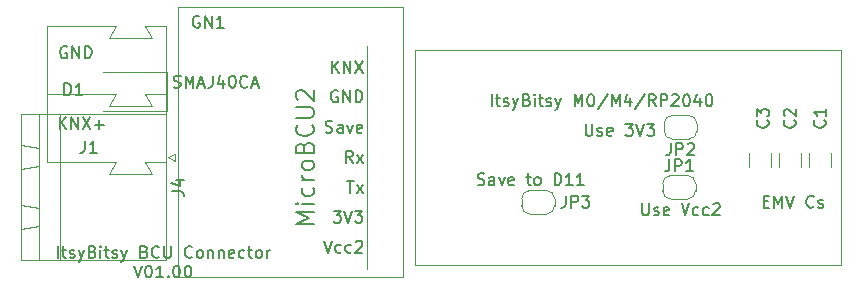
<source format=gbr>
G04 #@! TF.GenerationSoftware,KiCad,Pcbnew,(5.1.4)-1*
G04 #@! TF.CreationDate,2022-02-17T11:55:16+01:00*
G04 #@! TF.ProjectId,ItsyBitsy_BCU_Connector,49747379-4269-4747-9379-5f4243555f43,V01.00*
G04 #@! TF.SameCoordinates,Original*
G04 #@! TF.FileFunction,Legend,Top*
G04 #@! TF.FilePolarity,Positive*
%FSLAX46Y46*%
G04 Gerber Fmt 4.6, Leading zero omitted, Abs format (unit mm)*
G04 Created by KiCad (PCBNEW (5.1.4)-1) date 2022-02-17 11:55:16*
%MOMM*%
%LPD*%
G04 APERTURE LIST*
%ADD10C,0.150000*%
%ADD11C,0.120000*%
%ADD12C,0.050000*%
%ADD13C,0.200000*%
G04 APERTURE END LIST*
D10*
X176475000Y-83589761D02*
X176617857Y-83637380D01*
X176855952Y-83637380D01*
X176951190Y-83589761D01*
X176998809Y-83542142D01*
X177046428Y-83446904D01*
X177046428Y-83351666D01*
X176998809Y-83256428D01*
X176951190Y-83208809D01*
X176855952Y-83161190D01*
X176665476Y-83113571D01*
X176570238Y-83065952D01*
X176522619Y-83018333D01*
X176475000Y-82923095D01*
X176475000Y-82827857D01*
X176522619Y-82732619D01*
X176570238Y-82685000D01*
X176665476Y-82637380D01*
X176903571Y-82637380D01*
X177046428Y-82685000D01*
X177903571Y-83637380D02*
X177903571Y-83113571D01*
X177855952Y-83018333D01*
X177760714Y-82970714D01*
X177570238Y-82970714D01*
X177475000Y-83018333D01*
X177903571Y-83589761D02*
X177808333Y-83637380D01*
X177570238Y-83637380D01*
X177475000Y-83589761D01*
X177427380Y-83494523D01*
X177427380Y-83399285D01*
X177475000Y-83304047D01*
X177570238Y-83256428D01*
X177808333Y-83256428D01*
X177903571Y-83208809D01*
X178284523Y-82970714D02*
X178522619Y-83637380D01*
X178760714Y-82970714D01*
X179522619Y-83589761D02*
X179427380Y-83637380D01*
X179236904Y-83637380D01*
X179141666Y-83589761D01*
X179094047Y-83494523D01*
X179094047Y-83113571D01*
X179141666Y-83018333D01*
X179236904Y-82970714D01*
X179427380Y-82970714D01*
X179522619Y-83018333D01*
X179570238Y-83113571D01*
X179570238Y-83208809D01*
X179094047Y-83304047D01*
X180617857Y-82970714D02*
X180998809Y-82970714D01*
X180760714Y-82637380D02*
X180760714Y-83494523D01*
X180808333Y-83589761D01*
X180903571Y-83637380D01*
X180998809Y-83637380D01*
X181475000Y-83637380D02*
X181379761Y-83589761D01*
X181332142Y-83542142D01*
X181284523Y-83446904D01*
X181284523Y-83161190D01*
X181332142Y-83065952D01*
X181379761Y-83018333D01*
X181475000Y-82970714D01*
X181617857Y-82970714D01*
X181713095Y-83018333D01*
X181760714Y-83065952D01*
X181808333Y-83161190D01*
X181808333Y-83446904D01*
X181760714Y-83542142D01*
X181713095Y-83589761D01*
X181617857Y-83637380D01*
X181475000Y-83637380D01*
X182998809Y-83637380D02*
X182998809Y-82637380D01*
X183236904Y-82637380D01*
X183379761Y-82685000D01*
X183475000Y-82780238D01*
X183522619Y-82875476D01*
X183570238Y-83065952D01*
X183570238Y-83208809D01*
X183522619Y-83399285D01*
X183475000Y-83494523D01*
X183379761Y-83589761D01*
X183236904Y-83637380D01*
X182998809Y-83637380D01*
X184522619Y-83637380D02*
X183951190Y-83637380D01*
X184236904Y-83637380D02*
X184236904Y-82637380D01*
X184141666Y-82780238D01*
X184046428Y-82875476D01*
X183951190Y-82923095D01*
X185475000Y-83637380D02*
X184903571Y-83637380D01*
X185189285Y-83637380D02*
X185189285Y-82637380D01*
X185094047Y-82780238D01*
X184998809Y-82875476D01*
X184903571Y-82923095D01*
X140931428Y-89797380D02*
X140931428Y-88797380D01*
X141264761Y-89130714D02*
X141645714Y-89130714D01*
X141407619Y-88797380D02*
X141407619Y-89654523D01*
X141455238Y-89749761D01*
X141550476Y-89797380D01*
X141645714Y-89797380D01*
X141931428Y-89749761D02*
X142026666Y-89797380D01*
X142217142Y-89797380D01*
X142312380Y-89749761D01*
X142360000Y-89654523D01*
X142360000Y-89606904D01*
X142312380Y-89511666D01*
X142217142Y-89464047D01*
X142074285Y-89464047D01*
X141979047Y-89416428D01*
X141931428Y-89321190D01*
X141931428Y-89273571D01*
X141979047Y-89178333D01*
X142074285Y-89130714D01*
X142217142Y-89130714D01*
X142312380Y-89178333D01*
X142693333Y-89130714D02*
X142931428Y-89797380D01*
X143169523Y-89130714D02*
X142931428Y-89797380D01*
X142836190Y-90035476D01*
X142788571Y-90083095D01*
X142693333Y-90130714D01*
X143883809Y-89273571D02*
X144026666Y-89321190D01*
X144074285Y-89368809D01*
X144121904Y-89464047D01*
X144121904Y-89606904D01*
X144074285Y-89702142D01*
X144026666Y-89749761D01*
X143931428Y-89797380D01*
X143550476Y-89797380D01*
X143550476Y-88797380D01*
X143883809Y-88797380D01*
X143979047Y-88845000D01*
X144026666Y-88892619D01*
X144074285Y-88987857D01*
X144074285Y-89083095D01*
X144026666Y-89178333D01*
X143979047Y-89225952D01*
X143883809Y-89273571D01*
X143550476Y-89273571D01*
X144550476Y-89797380D02*
X144550476Y-89130714D01*
X144550476Y-88797380D02*
X144502857Y-88845000D01*
X144550476Y-88892619D01*
X144598095Y-88845000D01*
X144550476Y-88797380D01*
X144550476Y-88892619D01*
X144883809Y-89130714D02*
X145264761Y-89130714D01*
X145026666Y-88797380D02*
X145026666Y-89654523D01*
X145074285Y-89749761D01*
X145169523Y-89797380D01*
X145264761Y-89797380D01*
X145550476Y-89749761D02*
X145645714Y-89797380D01*
X145836190Y-89797380D01*
X145931428Y-89749761D01*
X145979047Y-89654523D01*
X145979047Y-89606904D01*
X145931428Y-89511666D01*
X145836190Y-89464047D01*
X145693333Y-89464047D01*
X145598095Y-89416428D01*
X145550476Y-89321190D01*
X145550476Y-89273571D01*
X145598095Y-89178333D01*
X145693333Y-89130714D01*
X145836190Y-89130714D01*
X145931428Y-89178333D01*
X146312380Y-89130714D02*
X146550476Y-89797380D01*
X146788571Y-89130714D02*
X146550476Y-89797380D01*
X146455238Y-90035476D01*
X146407619Y-90083095D01*
X146312380Y-90130714D01*
X148264761Y-89273571D02*
X148407619Y-89321190D01*
X148455238Y-89368809D01*
X148502857Y-89464047D01*
X148502857Y-89606904D01*
X148455238Y-89702142D01*
X148407619Y-89749761D01*
X148312380Y-89797380D01*
X147931428Y-89797380D01*
X147931428Y-88797380D01*
X148264761Y-88797380D01*
X148360000Y-88845000D01*
X148407619Y-88892619D01*
X148455238Y-88987857D01*
X148455238Y-89083095D01*
X148407619Y-89178333D01*
X148360000Y-89225952D01*
X148264761Y-89273571D01*
X147931428Y-89273571D01*
X149502857Y-89702142D02*
X149455238Y-89749761D01*
X149312380Y-89797380D01*
X149217142Y-89797380D01*
X149074285Y-89749761D01*
X148979047Y-89654523D01*
X148931428Y-89559285D01*
X148883809Y-89368809D01*
X148883809Y-89225952D01*
X148931428Y-89035476D01*
X148979047Y-88940238D01*
X149074285Y-88845000D01*
X149217142Y-88797380D01*
X149312380Y-88797380D01*
X149455238Y-88845000D01*
X149502857Y-88892619D01*
X149931428Y-88797380D02*
X149931428Y-89606904D01*
X149979047Y-89702142D01*
X150026666Y-89749761D01*
X150121904Y-89797380D01*
X150312380Y-89797380D01*
X150407619Y-89749761D01*
X150455238Y-89702142D01*
X150502857Y-89606904D01*
X150502857Y-88797380D01*
X152312380Y-89702142D02*
X152264761Y-89749761D01*
X152121904Y-89797380D01*
X152026666Y-89797380D01*
X151883809Y-89749761D01*
X151788571Y-89654523D01*
X151740952Y-89559285D01*
X151693333Y-89368809D01*
X151693333Y-89225952D01*
X151740952Y-89035476D01*
X151788571Y-88940238D01*
X151883809Y-88845000D01*
X152026666Y-88797380D01*
X152121904Y-88797380D01*
X152264761Y-88845000D01*
X152312380Y-88892619D01*
X152883809Y-89797380D02*
X152788571Y-89749761D01*
X152740952Y-89702142D01*
X152693333Y-89606904D01*
X152693333Y-89321190D01*
X152740952Y-89225952D01*
X152788571Y-89178333D01*
X152883809Y-89130714D01*
X153026666Y-89130714D01*
X153121904Y-89178333D01*
X153169523Y-89225952D01*
X153217142Y-89321190D01*
X153217142Y-89606904D01*
X153169523Y-89702142D01*
X153121904Y-89749761D01*
X153026666Y-89797380D01*
X152883809Y-89797380D01*
X153645714Y-89130714D02*
X153645714Y-89797380D01*
X153645714Y-89225952D02*
X153693333Y-89178333D01*
X153788571Y-89130714D01*
X153931428Y-89130714D01*
X154026666Y-89178333D01*
X154074285Y-89273571D01*
X154074285Y-89797380D01*
X154550476Y-89130714D02*
X154550476Y-89797380D01*
X154550476Y-89225952D02*
X154598095Y-89178333D01*
X154693333Y-89130714D01*
X154836190Y-89130714D01*
X154931428Y-89178333D01*
X154979047Y-89273571D01*
X154979047Y-89797380D01*
X155836190Y-89749761D02*
X155740952Y-89797380D01*
X155550476Y-89797380D01*
X155455238Y-89749761D01*
X155407619Y-89654523D01*
X155407619Y-89273571D01*
X155455238Y-89178333D01*
X155550476Y-89130714D01*
X155740952Y-89130714D01*
X155836190Y-89178333D01*
X155883809Y-89273571D01*
X155883809Y-89368809D01*
X155407619Y-89464047D01*
X156740952Y-89749761D02*
X156645714Y-89797380D01*
X156455238Y-89797380D01*
X156360000Y-89749761D01*
X156312380Y-89702142D01*
X156264761Y-89606904D01*
X156264761Y-89321190D01*
X156312380Y-89225952D01*
X156360000Y-89178333D01*
X156455238Y-89130714D01*
X156645714Y-89130714D01*
X156740952Y-89178333D01*
X157026666Y-89130714D02*
X157407619Y-89130714D01*
X157169523Y-88797380D02*
X157169523Y-89654523D01*
X157217142Y-89749761D01*
X157312380Y-89797380D01*
X157407619Y-89797380D01*
X157883809Y-89797380D02*
X157788571Y-89749761D01*
X157740952Y-89702142D01*
X157693333Y-89606904D01*
X157693333Y-89321190D01*
X157740952Y-89225952D01*
X157788571Y-89178333D01*
X157883809Y-89130714D01*
X158026666Y-89130714D01*
X158121904Y-89178333D01*
X158169523Y-89225952D01*
X158217142Y-89321190D01*
X158217142Y-89606904D01*
X158169523Y-89702142D01*
X158121904Y-89749761D01*
X158026666Y-89797380D01*
X157883809Y-89797380D01*
X158645714Y-89797380D02*
X158645714Y-89130714D01*
X158645714Y-89321190D02*
X158693333Y-89225952D01*
X158740952Y-89178333D01*
X158836190Y-89130714D01*
X158931428Y-89130714D01*
X147383809Y-90447380D02*
X147717142Y-91447380D01*
X148050476Y-90447380D01*
X148574285Y-90447380D02*
X148669523Y-90447380D01*
X148764761Y-90495000D01*
X148812380Y-90542619D01*
X148860000Y-90637857D01*
X148907619Y-90828333D01*
X148907619Y-91066428D01*
X148860000Y-91256904D01*
X148812380Y-91352142D01*
X148764761Y-91399761D01*
X148669523Y-91447380D01*
X148574285Y-91447380D01*
X148479047Y-91399761D01*
X148431428Y-91352142D01*
X148383809Y-91256904D01*
X148336190Y-91066428D01*
X148336190Y-90828333D01*
X148383809Y-90637857D01*
X148431428Y-90542619D01*
X148479047Y-90495000D01*
X148574285Y-90447380D01*
X149860000Y-91447380D02*
X149288571Y-91447380D01*
X149574285Y-91447380D02*
X149574285Y-90447380D01*
X149479047Y-90590238D01*
X149383809Y-90685476D01*
X149288571Y-90733095D01*
X150288571Y-91352142D02*
X150336190Y-91399761D01*
X150288571Y-91447380D01*
X150240952Y-91399761D01*
X150288571Y-91352142D01*
X150288571Y-91447380D01*
X150955238Y-90447380D02*
X151050476Y-90447380D01*
X151145714Y-90495000D01*
X151193333Y-90542619D01*
X151240952Y-90637857D01*
X151288571Y-90828333D01*
X151288571Y-91066428D01*
X151240952Y-91256904D01*
X151193333Y-91352142D01*
X151145714Y-91399761D01*
X151050476Y-91447380D01*
X150955238Y-91447380D01*
X150860000Y-91399761D01*
X150812380Y-91352142D01*
X150764761Y-91256904D01*
X150717142Y-91066428D01*
X150717142Y-90828333D01*
X150764761Y-90637857D01*
X150812380Y-90542619D01*
X150860000Y-90495000D01*
X150955238Y-90447380D01*
X151907619Y-90447380D02*
X152002857Y-90447380D01*
X152098095Y-90495000D01*
X152145714Y-90542619D01*
X152193333Y-90637857D01*
X152240952Y-90828333D01*
X152240952Y-91066428D01*
X152193333Y-91256904D01*
X152145714Y-91352142D01*
X152098095Y-91399761D01*
X152002857Y-91447380D01*
X151907619Y-91447380D01*
X151812380Y-91399761D01*
X151764761Y-91352142D01*
X151717142Y-91256904D01*
X151669523Y-91066428D01*
X151669523Y-90828333D01*
X151717142Y-90637857D01*
X151764761Y-90542619D01*
X151812380Y-90495000D01*
X151907619Y-90447380D01*
X150757380Y-75334761D02*
X150900238Y-75382380D01*
X151138333Y-75382380D01*
X151233571Y-75334761D01*
X151281190Y-75287142D01*
X151328809Y-75191904D01*
X151328809Y-75096666D01*
X151281190Y-75001428D01*
X151233571Y-74953809D01*
X151138333Y-74906190D01*
X150947857Y-74858571D01*
X150852619Y-74810952D01*
X150805000Y-74763333D01*
X150757380Y-74668095D01*
X150757380Y-74572857D01*
X150805000Y-74477619D01*
X150852619Y-74430000D01*
X150947857Y-74382380D01*
X151185952Y-74382380D01*
X151328809Y-74430000D01*
X151757380Y-75382380D02*
X151757380Y-74382380D01*
X152090714Y-75096666D01*
X152424047Y-74382380D01*
X152424047Y-75382380D01*
X152852619Y-75096666D02*
X153328809Y-75096666D01*
X152757380Y-75382380D02*
X153090714Y-74382380D01*
X153424047Y-75382380D01*
X154043095Y-74382380D02*
X154043095Y-75096666D01*
X153995476Y-75239523D01*
X153900238Y-75334761D01*
X153757380Y-75382380D01*
X153662142Y-75382380D01*
X154947857Y-74715714D02*
X154947857Y-75382380D01*
X154709761Y-74334761D02*
X154471666Y-75049047D01*
X155090714Y-75049047D01*
X155662142Y-74382380D02*
X155757380Y-74382380D01*
X155852619Y-74430000D01*
X155900238Y-74477619D01*
X155947857Y-74572857D01*
X155995476Y-74763333D01*
X155995476Y-75001428D01*
X155947857Y-75191904D01*
X155900238Y-75287142D01*
X155852619Y-75334761D01*
X155757380Y-75382380D01*
X155662142Y-75382380D01*
X155566904Y-75334761D01*
X155519285Y-75287142D01*
X155471666Y-75191904D01*
X155424047Y-75001428D01*
X155424047Y-74763333D01*
X155471666Y-74572857D01*
X155519285Y-74477619D01*
X155566904Y-74430000D01*
X155662142Y-74382380D01*
X156995476Y-75287142D02*
X156947857Y-75334761D01*
X156805000Y-75382380D01*
X156709761Y-75382380D01*
X156566904Y-75334761D01*
X156471666Y-75239523D01*
X156424047Y-75144285D01*
X156376428Y-74953809D01*
X156376428Y-74810952D01*
X156424047Y-74620476D01*
X156471666Y-74525238D01*
X156566904Y-74430000D01*
X156709761Y-74382380D01*
X156805000Y-74382380D01*
X156947857Y-74430000D01*
X156995476Y-74477619D01*
X157376428Y-75096666D02*
X157852619Y-75096666D01*
X157281190Y-75382380D02*
X157614523Y-74382380D01*
X157947857Y-75382380D01*
X200700000Y-85018571D02*
X201033333Y-85018571D01*
X201176190Y-85542380D02*
X200700000Y-85542380D01*
X200700000Y-84542380D01*
X201176190Y-84542380D01*
X201604761Y-85542380D02*
X201604761Y-84542380D01*
X201938095Y-85256666D01*
X202271428Y-84542380D01*
X202271428Y-85542380D01*
X202604761Y-84542380D02*
X202938095Y-85542380D01*
X203271428Y-84542380D01*
X204938095Y-85447142D02*
X204890476Y-85494761D01*
X204747619Y-85542380D01*
X204652380Y-85542380D01*
X204509523Y-85494761D01*
X204414285Y-85399523D01*
X204366666Y-85304285D01*
X204319047Y-85113809D01*
X204319047Y-84970952D01*
X204366666Y-84780476D01*
X204414285Y-84685238D01*
X204509523Y-84590000D01*
X204652380Y-84542380D01*
X204747619Y-84542380D01*
X204890476Y-84590000D01*
X204938095Y-84637619D01*
X205319047Y-85494761D02*
X205414285Y-85542380D01*
X205604761Y-85542380D01*
X205700000Y-85494761D01*
X205747619Y-85399523D01*
X205747619Y-85351904D01*
X205700000Y-85256666D01*
X205604761Y-85209047D01*
X205461904Y-85209047D01*
X205366666Y-85161428D01*
X205319047Y-85066190D01*
X205319047Y-85018571D01*
X205366666Y-84923333D01*
X205461904Y-84875714D01*
X205604761Y-84875714D01*
X205700000Y-84923333D01*
X185619047Y-78452380D02*
X185619047Y-79261904D01*
X185666666Y-79357142D01*
X185714285Y-79404761D01*
X185809523Y-79452380D01*
X186000000Y-79452380D01*
X186095238Y-79404761D01*
X186142857Y-79357142D01*
X186190476Y-79261904D01*
X186190476Y-78452380D01*
X186619047Y-79404761D02*
X186714285Y-79452380D01*
X186904761Y-79452380D01*
X187000000Y-79404761D01*
X187047619Y-79309523D01*
X187047619Y-79261904D01*
X187000000Y-79166666D01*
X186904761Y-79119047D01*
X186761904Y-79119047D01*
X186666666Y-79071428D01*
X186619047Y-78976190D01*
X186619047Y-78928571D01*
X186666666Y-78833333D01*
X186761904Y-78785714D01*
X186904761Y-78785714D01*
X187000000Y-78833333D01*
X187857142Y-79404761D02*
X187761904Y-79452380D01*
X187571428Y-79452380D01*
X187476190Y-79404761D01*
X187428571Y-79309523D01*
X187428571Y-78928571D01*
X187476190Y-78833333D01*
X187571428Y-78785714D01*
X187761904Y-78785714D01*
X187857142Y-78833333D01*
X187904761Y-78928571D01*
X187904761Y-79023809D01*
X187428571Y-79119047D01*
X189000000Y-78452380D02*
X189619047Y-78452380D01*
X189285714Y-78833333D01*
X189428571Y-78833333D01*
X189523809Y-78880952D01*
X189571428Y-78928571D01*
X189619047Y-79023809D01*
X189619047Y-79261904D01*
X189571428Y-79357142D01*
X189523809Y-79404761D01*
X189428571Y-79452380D01*
X189142857Y-79452380D01*
X189047619Y-79404761D01*
X189000000Y-79357142D01*
X189904761Y-78452380D02*
X190238095Y-79452380D01*
X190571428Y-78452380D01*
X190809523Y-78452380D02*
X191428571Y-78452380D01*
X191095238Y-78833333D01*
X191238095Y-78833333D01*
X191333333Y-78880952D01*
X191380952Y-78928571D01*
X191428571Y-79023809D01*
X191428571Y-79261904D01*
X191380952Y-79357142D01*
X191333333Y-79404761D01*
X191238095Y-79452380D01*
X190952380Y-79452380D01*
X190857142Y-79404761D01*
X190809523Y-79357142D01*
X190413095Y-85177380D02*
X190413095Y-85986904D01*
X190460714Y-86082142D01*
X190508333Y-86129761D01*
X190603571Y-86177380D01*
X190794047Y-86177380D01*
X190889285Y-86129761D01*
X190936904Y-86082142D01*
X190984523Y-85986904D01*
X190984523Y-85177380D01*
X191413095Y-86129761D02*
X191508333Y-86177380D01*
X191698809Y-86177380D01*
X191794047Y-86129761D01*
X191841666Y-86034523D01*
X191841666Y-85986904D01*
X191794047Y-85891666D01*
X191698809Y-85844047D01*
X191555952Y-85844047D01*
X191460714Y-85796428D01*
X191413095Y-85701190D01*
X191413095Y-85653571D01*
X191460714Y-85558333D01*
X191555952Y-85510714D01*
X191698809Y-85510714D01*
X191794047Y-85558333D01*
X192651190Y-86129761D02*
X192555952Y-86177380D01*
X192365476Y-86177380D01*
X192270238Y-86129761D01*
X192222619Y-86034523D01*
X192222619Y-85653571D01*
X192270238Y-85558333D01*
X192365476Y-85510714D01*
X192555952Y-85510714D01*
X192651190Y-85558333D01*
X192698809Y-85653571D01*
X192698809Y-85748809D01*
X192222619Y-85844047D01*
X193746428Y-85177380D02*
X194079761Y-86177380D01*
X194413095Y-85177380D01*
X195175000Y-86129761D02*
X195079761Y-86177380D01*
X194889285Y-86177380D01*
X194794047Y-86129761D01*
X194746428Y-86082142D01*
X194698809Y-85986904D01*
X194698809Y-85701190D01*
X194746428Y-85605952D01*
X194794047Y-85558333D01*
X194889285Y-85510714D01*
X195079761Y-85510714D01*
X195175000Y-85558333D01*
X196032142Y-86129761D02*
X195936904Y-86177380D01*
X195746428Y-86177380D01*
X195651190Y-86129761D01*
X195603571Y-86082142D01*
X195555952Y-85986904D01*
X195555952Y-85701190D01*
X195603571Y-85605952D01*
X195651190Y-85558333D01*
X195746428Y-85510714D01*
X195936904Y-85510714D01*
X196032142Y-85558333D01*
X196413095Y-85272619D02*
X196460714Y-85225000D01*
X196555952Y-85177380D01*
X196794047Y-85177380D01*
X196889285Y-85225000D01*
X196936904Y-85272619D01*
X196984523Y-85367857D01*
X196984523Y-85463095D01*
X196936904Y-85605952D01*
X196365476Y-86177380D01*
X196984523Y-86177380D01*
X177690476Y-76952380D02*
X177690476Y-75952380D01*
X178023809Y-76285714D02*
X178404761Y-76285714D01*
X178166666Y-75952380D02*
X178166666Y-76809523D01*
X178214285Y-76904761D01*
X178309523Y-76952380D01*
X178404761Y-76952380D01*
X178690476Y-76904761D02*
X178785714Y-76952380D01*
X178976190Y-76952380D01*
X179071428Y-76904761D01*
X179119047Y-76809523D01*
X179119047Y-76761904D01*
X179071428Y-76666666D01*
X178976190Y-76619047D01*
X178833333Y-76619047D01*
X178738095Y-76571428D01*
X178690476Y-76476190D01*
X178690476Y-76428571D01*
X178738095Y-76333333D01*
X178833333Y-76285714D01*
X178976190Y-76285714D01*
X179071428Y-76333333D01*
X179452380Y-76285714D02*
X179690476Y-76952380D01*
X179928571Y-76285714D02*
X179690476Y-76952380D01*
X179595238Y-77190476D01*
X179547619Y-77238095D01*
X179452380Y-77285714D01*
X180642857Y-76428571D02*
X180785714Y-76476190D01*
X180833333Y-76523809D01*
X180880952Y-76619047D01*
X180880952Y-76761904D01*
X180833333Y-76857142D01*
X180785714Y-76904761D01*
X180690476Y-76952380D01*
X180309523Y-76952380D01*
X180309523Y-75952380D01*
X180642857Y-75952380D01*
X180738095Y-76000000D01*
X180785714Y-76047619D01*
X180833333Y-76142857D01*
X180833333Y-76238095D01*
X180785714Y-76333333D01*
X180738095Y-76380952D01*
X180642857Y-76428571D01*
X180309523Y-76428571D01*
X181309523Y-76952380D02*
X181309523Y-76285714D01*
X181309523Y-75952380D02*
X181261904Y-76000000D01*
X181309523Y-76047619D01*
X181357142Y-76000000D01*
X181309523Y-75952380D01*
X181309523Y-76047619D01*
X181642857Y-76285714D02*
X182023809Y-76285714D01*
X181785714Y-75952380D02*
X181785714Y-76809523D01*
X181833333Y-76904761D01*
X181928571Y-76952380D01*
X182023809Y-76952380D01*
X182309523Y-76904761D02*
X182404761Y-76952380D01*
X182595238Y-76952380D01*
X182690476Y-76904761D01*
X182738095Y-76809523D01*
X182738095Y-76761904D01*
X182690476Y-76666666D01*
X182595238Y-76619047D01*
X182452380Y-76619047D01*
X182357142Y-76571428D01*
X182309523Y-76476190D01*
X182309523Y-76428571D01*
X182357142Y-76333333D01*
X182452380Y-76285714D01*
X182595238Y-76285714D01*
X182690476Y-76333333D01*
X183071428Y-76285714D02*
X183309523Y-76952380D01*
X183547619Y-76285714D02*
X183309523Y-76952380D01*
X183214285Y-77190476D01*
X183166666Y-77238095D01*
X183071428Y-77285714D01*
X184690476Y-76952380D02*
X184690476Y-75952380D01*
X185023809Y-76666666D01*
X185357142Y-75952380D01*
X185357142Y-76952380D01*
X186023809Y-75952380D02*
X186119047Y-75952380D01*
X186214285Y-76000000D01*
X186261904Y-76047619D01*
X186309523Y-76142857D01*
X186357142Y-76333333D01*
X186357142Y-76571428D01*
X186309523Y-76761904D01*
X186261904Y-76857142D01*
X186214285Y-76904761D01*
X186119047Y-76952380D01*
X186023809Y-76952380D01*
X185928571Y-76904761D01*
X185880952Y-76857142D01*
X185833333Y-76761904D01*
X185785714Y-76571428D01*
X185785714Y-76333333D01*
X185833333Y-76142857D01*
X185880952Y-76047619D01*
X185928571Y-76000000D01*
X186023809Y-75952380D01*
X187500000Y-75904761D02*
X186642857Y-77190476D01*
X187833333Y-76952380D02*
X187833333Y-75952380D01*
X188166666Y-76666666D01*
X188500000Y-75952380D01*
X188500000Y-76952380D01*
X189404761Y-76285714D02*
X189404761Y-76952380D01*
X189166666Y-75904761D02*
X188928571Y-76619047D01*
X189547619Y-76619047D01*
X190642857Y-75904761D02*
X189785714Y-77190476D01*
X191547619Y-76952380D02*
X191214285Y-76476190D01*
X190976190Y-76952380D02*
X190976190Y-75952380D01*
X191357142Y-75952380D01*
X191452380Y-76000000D01*
X191500000Y-76047619D01*
X191547619Y-76142857D01*
X191547619Y-76285714D01*
X191500000Y-76380952D01*
X191452380Y-76428571D01*
X191357142Y-76476190D01*
X190976190Y-76476190D01*
X191976190Y-76952380D02*
X191976190Y-75952380D01*
X192357142Y-75952380D01*
X192452380Y-76000000D01*
X192500000Y-76047619D01*
X192547619Y-76142857D01*
X192547619Y-76285714D01*
X192500000Y-76380952D01*
X192452380Y-76428571D01*
X192357142Y-76476190D01*
X191976190Y-76476190D01*
X192928571Y-76047619D02*
X192976190Y-76000000D01*
X193071428Y-75952380D01*
X193309523Y-75952380D01*
X193404761Y-76000000D01*
X193452380Y-76047619D01*
X193500000Y-76142857D01*
X193500000Y-76238095D01*
X193452380Y-76380952D01*
X192880952Y-76952380D01*
X193500000Y-76952380D01*
X194119047Y-75952380D02*
X194214285Y-75952380D01*
X194309523Y-76000000D01*
X194357142Y-76047619D01*
X194404761Y-76142857D01*
X194452380Y-76333333D01*
X194452380Y-76571428D01*
X194404761Y-76761904D01*
X194357142Y-76857142D01*
X194309523Y-76904761D01*
X194214285Y-76952380D01*
X194119047Y-76952380D01*
X194023809Y-76904761D01*
X193976190Y-76857142D01*
X193928571Y-76761904D01*
X193880952Y-76571428D01*
X193880952Y-76333333D01*
X193928571Y-76142857D01*
X193976190Y-76047619D01*
X194023809Y-76000000D01*
X194119047Y-75952380D01*
X195309523Y-76285714D02*
X195309523Y-76952380D01*
X195071428Y-75904761D02*
X194833333Y-76619047D01*
X195452380Y-76619047D01*
X196023809Y-75952380D02*
X196119047Y-75952380D01*
X196214285Y-76000000D01*
X196261904Y-76047619D01*
X196309523Y-76142857D01*
X196357142Y-76333333D01*
X196357142Y-76571428D01*
X196309523Y-76761904D01*
X196261904Y-76857142D01*
X196214285Y-76904761D01*
X196119047Y-76952380D01*
X196023809Y-76952380D01*
X195928571Y-76904761D01*
X195880952Y-76857142D01*
X195833333Y-76761904D01*
X195785714Y-76571428D01*
X195785714Y-76333333D01*
X195833333Y-76142857D01*
X195880952Y-76047619D01*
X195928571Y-76000000D01*
X196023809Y-75952380D01*
D11*
X150865000Y-80980000D02*
X150865000Y-81580000D01*
X150265000Y-81280000D02*
X150865000Y-80980000D01*
X150865000Y-81580000D02*
X150265000Y-81280000D01*
X139345000Y-85610000D02*
X137845000Y-85360000D01*
X139345000Y-87110000D02*
X139345000Y-85610000D01*
X137845000Y-87360000D02*
X139345000Y-87110000D01*
X137845000Y-85360000D02*
X137845000Y-87360000D01*
X139345000Y-80530000D02*
X137845000Y-80280000D01*
X139345000Y-82030000D02*
X139345000Y-80530000D01*
X137845000Y-82280000D02*
X139345000Y-82030000D01*
X137845000Y-80280000D02*
X137845000Y-82280000D01*
X139345000Y-90010000D02*
X139345000Y-77630000D01*
X141145000Y-90010000D02*
X139345000Y-90010000D01*
X141145000Y-77630000D02*
X141145000Y-90010000D01*
X139345000Y-77630000D02*
X141145000Y-77630000D01*
X150065000Y-90010000D02*
X150065000Y-77630000D01*
X137845000Y-90010000D02*
X150065000Y-90010000D01*
X137845000Y-77630000D02*
X137845000Y-90010000D01*
X150065000Y-77630000D02*
X137845000Y-77630000D01*
X148891000Y-82696000D02*
X145241000Y-82696000D01*
X148891000Y-76946000D02*
X145241000Y-76946000D01*
X148891000Y-71196000D02*
X145241000Y-71196000D01*
X148291000Y-81696000D02*
X150066000Y-81696000D01*
X145841000Y-81696000D02*
X140066000Y-81696000D01*
X145841000Y-81696000D02*
X145241000Y-82696000D01*
X148291000Y-81696000D02*
X148891000Y-82696000D01*
X145841000Y-75946000D02*
X145241000Y-76946000D01*
X145841000Y-75946000D02*
X140066000Y-75946000D01*
X148291000Y-75946000D02*
X150066000Y-75946000D01*
X148291000Y-75946000D02*
X148891000Y-76946000D01*
X145841000Y-70196000D02*
X145241000Y-71196000D01*
X148891000Y-71196000D02*
X148291000Y-70196000D01*
X145841000Y-70196000D02*
X140066000Y-70196000D01*
X150066000Y-70196000D02*
X148291000Y-70196000D01*
X140066000Y-70196000D02*
X140066000Y-81696000D01*
X150066000Y-70196000D02*
X150066000Y-81696000D01*
X151130000Y-68580000D02*
X151130000Y-91440000D01*
X170180000Y-68580000D02*
X170180000Y-91440000D01*
X170180000Y-91440000D02*
X151130000Y-91440000D01*
X151130000Y-68580000D02*
X153035000Y-68580000D01*
X170180000Y-68580000D02*
X152400000Y-68580000D01*
D12*
X167110000Y-71860000D02*
X167110000Y-90710000D01*
D11*
X180910000Y-84090000D02*
X182310000Y-84090000D01*
X183010000Y-84790000D02*
X183010000Y-85390000D01*
X182310000Y-86090000D02*
X180910000Y-86090000D01*
X180210000Y-85390000D02*
X180210000Y-84790000D01*
X180210000Y-84790000D02*
G75*
G02X180910000Y-84090000I700000J0D01*
G01*
X180910000Y-86090000D02*
G75*
G02X180210000Y-85390000I0J700000D01*
G01*
X183010000Y-85390000D02*
G75*
G02X182310000Y-86090000I-700000J0D01*
G01*
X182310000Y-84090000D02*
G75*
G02X183010000Y-84790000I0J-700000D01*
G01*
X204576000Y-80931936D02*
X204576000Y-82136064D01*
X206396000Y-80931936D02*
X206396000Y-82136064D01*
X150180000Y-77342000D02*
X144780000Y-77342000D01*
X150180000Y-74042000D02*
X144780000Y-74042000D01*
X150180000Y-77342000D02*
X150180000Y-74042000D01*
X199496000Y-80931936D02*
X199496000Y-82136064D01*
X201316000Y-80931936D02*
X201316000Y-82136064D01*
X202036000Y-80895436D02*
X202036000Y-82099564D01*
X203856000Y-80895436D02*
X203856000Y-82099564D01*
X171196000Y-72161400D02*
X207289400Y-72161400D01*
X171196000Y-90373200D02*
X171196000Y-72161400D01*
X207289400Y-90373200D02*
X171196000Y-90373200D01*
X207289400Y-72161400D02*
X207289400Y-90373200D01*
X194360000Y-77740000D02*
G75*
G02X195060000Y-78440000I0J-700000D01*
G01*
X195060000Y-79040000D02*
G75*
G02X194360000Y-79740000I-700000J0D01*
G01*
X192960000Y-79740000D02*
G75*
G02X192260000Y-79040000I0J700000D01*
G01*
X192260000Y-78440000D02*
G75*
G02X192960000Y-77740000I700000J0D01*
G01*
X192260000Y-79040000D02*
X192260000Y-78440000D01*
X194360000Y-79740000D02*
X192960000Y-79740000D01*
X195060000Y-78440000D02*
X195060000Y-79040000D01*
X192960000Y-77740000D02*
X194360000Y-77740000D01*
X194248000Y-82820000D02*
G75*
G02X194948000Y-83520000I0J-700000D01*
G01*
X194948000Y-84120000D02*
G75*
G02X194248000Y-84820000I-700000J0D01*
G01*
X192848000Y-84820000D02*
G75*
G02X192148000Y-84120000I0J700000D01*
G01*
X192148000Y-83520000D02*
G75*
G02X192848000Y-82820000I700000J0D01*
G01*
X192148000Y-84120000D02*
X192148000Y-83520000D01*
X194248000Y-84820000D02*
X192848000Y-84820000D01*
X194948000Y-83520000D02*
X194948000Y-84120000D01*
X192848000Y-82820000D02*
X194248000Y-82820000D01*
D10*
X150607380Y-84153333D02*
X151321666Y-84153333D01*
X151464523Y-84200952D01*
X151559761Y-84296190D01*
X151607380Y-84439047D01*
X151607380Y-84534285D01*
X150940714Y-83248571D02*
X151607380Y-83248571D01*
X150559761Y-83486666D02*
X151274047Y-83724761D01*
X151274047Y-83105714D01*
X143232666Y-79898380D02*
X143232666Y-80612666D01*
X143185047Y-80755523D01*
X143089809Y-80850761D01*
X142946952Y-80898380D01*
X142851714Y-80898380D01*
X144232666Y-80898380D02*
X143661238Y-80898380D01*
X143946952Y-80898380D02*
X143946952Y-79898380D01*
X143851714Y-80041238D01*
X143756476Y-80136476D01*
X143661238Y-80184095D01*
X141085047Y-78898380D02*
X141085047Y-77898380D01*
X141656476Y-78898380D02*
X141227904Y-78326952D01*
X141656476Y-77898380D02*
X141085047Y-78469809D01*
X142085047Y-78898380D02*
X142085047Y-77898380D01*
X142656476Y-78898380D01*
X142656476Y-77898380D01*
X143037428Y-77898380D02*
X143704095Y-78898380D01*
X143704095Y-77898380D02*
X143037428Y-78898380D01*
X144085047Y-78517428D02*
X144846952Y-78517428D01*
X144466000Y-78898380D02*
X144466000Y-78136476D01*
X141704095Y-71946000D02*
X141608857Y-71898380D01*
X141466000Y-71898380D01*
X141323142Y-71946000D01*
X141227904Y-72041238D01*
X141180285Y-72136476D01*
X141132666Y-72326952D01*
X141132666Y-72469809D01*
X141180285Y-72660285D01*
X141227904Y-72755523D01*
X141323142Y-72850761D01*
X141466000Y-72898380D01*
X141561238Y-72898380D01*
X141704095Y-72850761D01*
X141751714Y-72803142D01*
X141751714Y-72469809D01*
X141561238Y-72469809D01*
X142180285Y-72898380D02*
X142180285Y-71898380D01*
X142751714Y-72898380D01*
X142751714Y-71898380D01*
X143227904Y-72898380D02*
X143227904Y-71898380D01*
X143466000Y-71898380D01*
X143608857Y-71946000D01*
X143704095Y-72041238D01*
X143751714Y-72136476D01*
X143799333Y-72326952D01*
X143799333Y-72469809D01*
X143751714Y-72660285D01*
X143704095Y-72755523D01*
X143608857Y-72850761D01*
X143466000Y-72898380D01*
X143227904Y-72898380D01*
X152931904Y-69350000D02*
X152836666Y-69302380D01*
X152693809Y-69302380D01*
X152550952Y-69350000D01*
X152455714Y-69445238D01*
X152408095Y-69540476D01*
X152360476Y-69730952D01*
X152360476Y-69873809D01*
X152408095Y-70064285D01*
X152455714Y-70159523D01*
X152550952Y-70254761D01*
X152693809Y-70302380D01*
X152789047Y-70302380D01*
X152931904Y-70254761D01*
X152979523Y-70207142D01*
X152979523Y-69873809D01*
X152789047Y-69873809D01*
X153408095Y-70302380D02*
X153408095Y-69302380D01*
X153979523Y-70302380D01*
X153979523Y-69302380D01*
X154979523Y-70302380D02*
X154408095Y-70302380D01*
X154693809Y-70302380D02*
X154693809Y-69302380D01*
X154598571Y-69445238D01*
X154503333Y-69540476D01*
X154408095Y-69588095D01*
D13*
X162603571Y-86922857D02*
X161103571Y-86922857D01*
X162175000Y-86422857D01*
X161103571Y-85922857D01*
X162603571Y-85922857D01*
X162603571Y-85208571D02*
X161603571Y-85208571D01*
X161103571Y-85208571D02*
X161175000Y-85280000D01*
X161246428Y-85208571D01*
X161175000Y-85137142D01*
X161103571Y-85208571D01*
X161246428Y-85208571D01*
X162532142Y-83851428D02*
X162603571Y-83994285D01*
X162603571Y-84280000D01*
X162532142Y-84422857D01*
X162460714Y-84494285D01*
X162317857Y-84565714D01*
X161889285Y-84565714D01*
X161746428Y-84494285D01*
X161675000Y-84422857D01*
X161603571Y-84280000D01*
X161603571Y-83994285D01*
X161675000Y-83851428D01*
X162603571Y-83208571D02*
X161603571Y-83208571D01*
X161889285Y-83208571D02*
X161746428Y-83137142D01*
X161675000Y-83065714D01*
X161603571Y-82922857D01*
X161603571Y-82780000D01*
X162603571Y-82065714D02*
X162532142Y-82208571D01*
X162460714Y-82280000D01*
X162317857Y-82351428D01*
X161889285Y-82351428D01*
X161746428Y-82280000D01*
X161675000Y-82208571D01*
X161603571Y-82065714D01*
X161603571Y-81851428D01*
X161675000Y-81708571D01*
X161746428Y-81637142D01*
X161889285Y-81565714D01*
X162317857Y-81565714D01*
X162460714Y-81637142D01*
X162532142Y-81708571D01*
X162603571Y-81851428D01*
X162603571Y-82065714D01*
X161817857Y-80422857D02*
X161889285Y-80208571D01*
X161960714Y-80137142D01*
X162103571Y-80065714D01*
X162317857Y-80065714D01*
X162460714Y-80137142D01*
X162532142Y-80208571D01*
X162603571Y-80351428D01*
X162603571Y-80922857D01*
X161103571Y-80922857D01*
X161103571Y-80422857D01*
X161175000Y-80280000D01*
X161246428Y-80208571D01*
X161389285Y-80137142D01*
X161532142Y-80137142D01*
X161675000Y-80208571D01*
X161746428Y-80280000D01*
X161817857Y-80422857D01*
X161817857Y-80922857D01*
X162460714Y-78565714D02*
X162532142Y-78637142D01*
X162603571Y-78851428D01*
X162603571Y-78994285D01*
X162532142Y-79208571D01*
X162389285Y-79351428D01*
X162246428Y-79422857D01*
X161960714Y-79494285D01*
X161746428Y-79494285D01*
X161460714Y-79422857D01*
X161317857Y-79351428D01*
X161175000Y-79208571D01*
X161103571Y-78994285D01*
X161103571Y-78851428D01*
X161175000Y-78637142D01*
X161246428Y-78565714D01*
X161103571Y-77922857D02*
X162317857Y-77922857D01*
X162460714Y-77851428D01*
X162532142Y-77780000D01*
X162603571Y-77637142D01*
X162603571Y-77351428D01*
X162532142Y-77208571D01*
X162460714Y-77137142D01*
X162317857Y-77065714D01*
X161103571Y-77065714D01*
X161246428Y-76422857D02*
X161175000Y-76351428D01*
X161103571Y-76208571D01*
X161103571Y-75851428D01*
X161175000Y-75708571D01*
X161246428Y-75637142D01*
X161389285Y-75565714D01*
X161532142Y-75565714D01*
X161746428Y-75637142D01*
X162603571Y-76494285D01*
X162603571Y-75565714D01*
D10*
X163478928Y-88352380D02*
X163812261Y-89352380D01*
X164145595Y-88352380D01*
X164907500Y-89304761D02*
X164812261Y-89352380D01*
X164621785Y-89352380D01*
X164526547Y-89304761D01*
X164478928Y-89257142D01*
X164431309Y-89161904D01*
X164431309Y-88876190D01*
X164478928Y-88780952D01*
X164526547Y-88733333D01*
X164621785Y-88685714D01*
X164812261Y-88685714D01*
X164907500Y-88733333D01*
X165764642Y-89304761D02*
X165669404Y-89352380D01*
X165478928Y-89352380D01*
X165383690Y-89304761D01*
X165336071Y-89257142D01*
X165288452Y-89161904D01*
X165288452Y-88876190D01*
X165336071Y-88780952D01*
X165383690Y-88733333D01*
X165478928Y-88685714D01*
X165669404Y-88685714D01*
X165764642Y-88733333D01*
X166145595Y-88447619D02*
X166193214Y-88400000D01*
X166288452Y-88352380D01*
X166526547Y-88352380D01*
X166621785Y-88400000D01*
X166669404Y-88447619D01*
X166717023Y-88542857D01*
X166717023Y-88638095D01*
X166669404Y-88780952D01*
X166097976Y-89352380D01*
X166717023Y-89352380D01*
X164288452Y-85812380D02*
X164907500Y-85812380D01*
X164574166Y-86193333D01*
X164717023Y-86193333D01*
X164812261Y-86240952D01*
X164859880Y-86288571D01*
X164907500Y-86383809D01*
X164907500Y-86621904D01*
X164859880Y-86717142D01*
X164812261Y-86764761D01*
X164717023Y-86812380D01*
X164431309Y-86812380D01*
X164336071Y-86764761D01*
X164288452Y-86717142D01*
X165193214Y-85812380D02*
X165526547Y-86812380D01*
X165859880Y-85812380D01*
X166097976Y-85812380D02*
X166717023Y-85812380D01*
X166383690Y-86193333D01*
X166526547Y-86193333D01*
X166621785Y-86240952D01*
X166669404Y-86288571D01*
X166717023Y-86383809D01*
X166717023Y-86621904D01*
X166669404Y-86717142D01*
X166621785Y-86764761D01*
X166526547Y-86812380D01*
X166240833Y-86812380D01*
X166145595Y-86764761D01*
X166097976Y-86717142D01*
X165431309Y-83272380D02*
X166002738Y-83272380D01*
X165717023Y-84272380D02*
X165717023Y-83272380D01*
X166240833Y-84272380D02*
X166764642Y-83605714D01*
X166240833Y-83605714D02*
X166764642Y-84272380D01*
X165907500Y-81732380D02*
X165574166Y-81256190D01*
X165336071Y-81732380D02*
X165336071Y-80732380D01*
X165717023Y-80732380D01*
X165812261Y-80780000D01*
X165859880Y-80827619D01*
X165907500Y-80922857D01*
X165907500Y-81065714D01*
X165859880Y-81160952D01*
X165812261Y-81208571D01*
X165717023Y-81256190D01*
X165336071Y-81256190D01*
X166240833Y-81732380D02*
X166764642Y-81065714D01*
X166240833Y-81065714D02*
X166764642Y-81732380D01*
X163621785Y-79144761D02*
X163764642Y-79192380D01*
X164002738Y-79192380D01*
X164097976Y-79144761D01*
X164145595Y-79097142D01*
X164193214Y-79001904D01*
X164193214Y-78906666D01*
X164145595Y-78811428D01*
X164097976Y-78763809D01*
X164002738Y-78716190D01*
X163812261Y-78668571D01*
X163717023Y-78620952D01*
X163669404Y-78573333D01*
X163621785Y-78478095D01*
X163621785Y-78382857D01*
X163669404Y-78287619D01*
X163717023Y-78240000D01*
X163812261Y-78192380D01*
X164050357Y-78192380D01*
X164193214Y-78240000D01*
X165050357Y-79192380D02*
X165050357Y-78668571D01*
X165002738Y-78573333D01*
X164907500Y-78525714D01*
X164717023Y-78525714D01*
X164621785Y-78573333D01*
X165050357Y-79144761D02*
X164955119Y-79192380D01*
X164717023Y-79192380D01*
X164621785Y-79144761D01*
X164574166Y-79049523D01*
X164574166Y-78954285D01*
X164621785Y-78859047D01*
X164717023Y-78811428D01*
X164955119Y-78811428D01*
X165050357Y-78763809D01*
X165431309Y-78525714D02*
X165669404Y-79192380D01*
X165907500Y-78525714D01*
X166669404Y-79144761D02*
X166574166Y-79192380D01*
X166383690Y-79192380D01*
X166288452Y-79144761D01*
X166240833Y-79049523D01*
X166240833Y-78668571D01*
X166288452Y-78573333D01*
X166383690Y-78525714D01*
X166574166Y-78525714D01*
X166669404Y-78573333D01*
X166717023Y-78668571D01*
X166717023Y-78763809D01*
X166240833Y-78859047D01*
X164621785Y-75660000D02*
X164526547Y-75612380D01*
X164383690Y-75612380D01*
X164240833Y-75660000D01*
X164145595Y-75755238D01*
X164097976Y-75850476D01*
X164050357Y-76040952D01*
X164050357Y-76183809D01*
X164097976Y-76374285D01*
X164145595Y-76469523D01*
X164240833Y-76564761D01*
X164383690Y-76612380D01*
X164478928Y-76612380D01*
X164621785Y-76564761D01*
X164669404Y-76517142D01*
X164669404Y-76183809D01*
X164478928Y-76183809D01*
X165097976Y-76612380D02*
X165097976Y-75612380D01*
X165669404Y-76612380D01*
X165669404Y-75612380D01*
X166145595Y-76612380D02*
X166145595Y-75612380D01*
X166383690Y-75612380D01*
X166526547Y-75660000D01*
X166621785Y-75755238D01*
X166669404Y-75850476D01*
X166717023Y-76040952D01*
X166717023Y-76183809D01*
X166669404Y-76374285D01*
X166621785Y-76469523D01*
X166526547Y-76564761D01*
X166383690Y-76612380D01*
X166145595Y-76612380D01*
X164145595Y-74112380D02*
X164145595Y-73112380D01*
X164717023Y-74112380D02*
X164288452Y-73540952D01*
X164717023Y-73112380D02*
X164145595Y-73683809D01*
X165145595Y-74112380D02*
X165145595Y-73112380D01*
X165717023Y-74112380D01*
X165717023Y-73112380D01*
X166097976Y-73112380D02*
X166764642Y-74112380D01*
X166764642Y-73112380D02*
X166097976Y-74112380D01*
X183951666Y-84542380D02*
X183951666Y-85256666D01*
X183904047Y-85399523D01*
X183808809Y-85494761D01*
X183665952Y-85542380D01*
X183570714Y-85542380D01*
X184427857Y-85542380D02*
X184427857Y-84542380D01*
X184808809Y-84542380D01*
X184904047Y-84590000D01*
X184951666Y-84637619D01*
X184999285Y-84732857D01*
X184999285Y-84875714D01*
X184951666Y-84970952D01*
X184904047Y-85018571D01*
X184808809Y-85066190D01*
X184427857Y-85066190D01*
X185332619Y-84542380D02*
X185951666Y-84542380D01*
X185618333Y-84923333D01*
X185761190Y-84923333D01*
X185856428Y-84970952D01*
X185904047Y-85018571D01*
X185951666Y-85113809D01*
X185951666Y-85351904D01*
X185904047Y-85447142D01*
X185856428Y-85494761D01*
X185761190Y-85542380D01*
X185475476Y-85542380D01*
X185380238Y-85494761D01*
X185332619Y-85447142D01*
X205843142Y-78144666D02*
X205890761Y-78192285D01*
X205938380Y-78335142D01*
X205938380Y-78430380D01*
X205890761Y-78573238D01*
X205795523Y-78668476D01*
X205700285Y-78716095D01*
X205509809Y-78763714D01*
X205366952Y-78763714D01*
X205176476Y-78716095D01*
X205081238Y-78668476D01*
X204986000Y-78573238D01*
X204938380Y-78430380D01*
X204938380Y-78335142D01*
X204986000Y-78192285D01*
X205033619Y-78144666D01*
X205938380Y-77192285D02*
X205938380Y-77763714D01*
X205938380Y-77478000D02*
X204938380Y-77478000D01*
X205081238Y-77573238D01*
X205176476Y-77668476D01*
X205224095Y-77763714D01*
X141501904Y-76017380D02*
X141501904Y-75017380D01*
X141740000Y-75017380D01*
X141882857Y-75065000D01*
X141978095Y-75160238D01*
X142025714Y-75255476D01*
X142073333Y-75445952D01*
X142073333Y-75588809D01*
X142025714Y-75779285D01*
X141978095Y-75874523D01*
X141882857Y-75969761D01*
X141740000Y-76017380D01*
X141501904Y-76017380D01*
X143025714Y-76017380D02*
X142454285Y-76017380D01*
X142740000Y-76017380D02*
X142740000Y-75017380D01*
X142644761Y-75160238D01*
X142549523Y-75255476D01*
X142454285Y-75303095D01*
X201017142Y-78144666D02*
X201064761Y-78192285D01*
X201112380Y-78335142D01*
X201112380Y-78430380D01*
X201064761Y-78573238D01*
X200969523Y-78668476D01*
X200874285Y-78716095D01*
X200683809Y-78763714D01*
X200540952Y-78763714D01*
X200350476Y-78716095D01*
X200255238Y-78668476D01*
X200160000Y-78573238D01*
X200112380Y-78430380D01*
X200112380Y-78335142D01*
X200160000Y-78192285D01*
X200207619Y-78144666D01*
X200112380Y-77811333D02*
X200112380Y-77192285D01*
X200493333Y-77525619D01*
X200493333Y-77382761D01*
X200540952Y-77287523D01*
X200588571Y-77239904D01*
X200683809Y-77192285D01*
X200921904Y-77192285D01*
X201017142Y-77239904D01*
X201064761Y-77287523D01*
X201112380Y-77382761D01*
X201112380Y-77668476D01*
X201064761Y-77763714D01*
X201017142Y-77811333D01*
X203303142Y-78144666D02*
X203350761Y-78192285D01*
X203398380Y-78335142D01*
X203398380Y-78430380D01*
X203350761Y-78573238D01*
X203255523Y-78668476D01*
X203160285Y-78716095D01*
X202969809Y-78763714D01*
X202826952Y-78763714D01*
X202636476Y-78716095D01*
X202541238Y-78668476D01*
X202446000Y-78573238D01*
X202398380Y-78430380D01*
X202398380Y-78335142D01*
X202446000Y-78192285D01*
X202493619Y-78144666D01*
X202493619Y-77763714D02*
X202446000Y-77716095D01*
X202398380Y-77620857D01*
X202398380Y-77382761D01*
X202446000Y-77287523D01*
X202493619Y-77239904D01*
X202588857Y-77192285D01*
X202684095Y-77192285D01*
X202826952Y-77239904D01*
X203398380Y-77811333D01*
X203398380Y-77192285D01*
X192826666Y-80097380D02*
X192826666Y-80811666D01*
X192779047Y-80954523D01*
X192683809Y-81049761D01*
X192540952Y-81097380D01*
X192445714Y-81097380D01*
X193302857Y-81097380D02*
X193302857Y-80097380D01*
X193683809Y-80097380D01*
X193779047Y-80145000D01*
X193826666Y-80192619D01*
X193874285Y-80287857D01*
X193874285Y-80430714D01*
X193826666Y-80525952D01*
X193779047Y-80573571D01*
X193683809Y-80621190D01*
X193302857Y-80621190D01*
X194255238Y-80192619D02*
X194302857Y-80145000D01*
X194398095Y-80097380D01*
X194636190Y-80097380D01*
X194731428Y-80145000D01*
X194779047Y-80192619D01*
X194826666Y-80287857D01*
X194826666Y-80383095D01*
X194779047Y-80525952D01*
X194207619Y-81097380D01*
X194826666Y-81097380D01*
X192714666Y-81472380D02*
X192714666Y-82186666D01*
X192667047Y-82329523D01*
X192571809Y-82424761D01*
X192428952Y-82472380D01*
X192333714Y-82472380D01*
X193190857Y-82472380D02*
X193190857Y-81472380D01*
X193571809Y-81472380D01*
X193667047Y-81520000D01*
X193714666Y-81567619D01*
X193762285Y-81662857D01*
X193762285Y-81805714D01*
X193714666Y-81900952D01*
X193667047Y-81948571D01*
X193571809Y-81996190D01*
X193190857Y-81996190D01*
X194714666Y-82472380D02*
X194143238Y-82472380D01*
X194428952Y-82472380D02*
X194428952Y-81472380D01*
X194333714Y-81615238D01*
X194238476Y-81710476D01*
X194143238Y-81758095D01*
M02*

</source>
